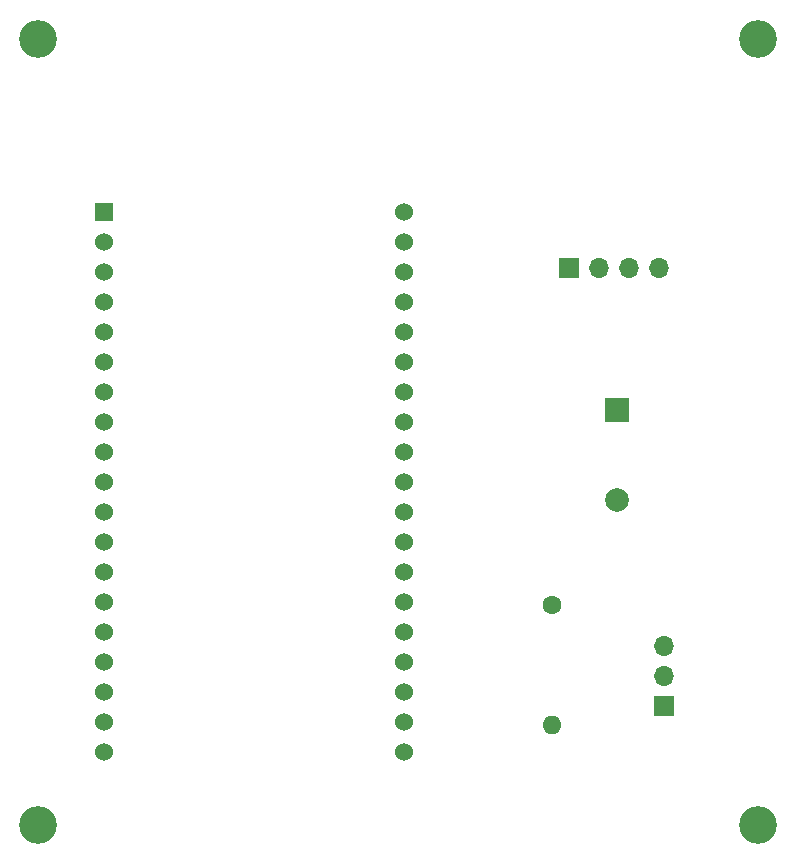
<source format=gbr>
%TF.GenerationSoftware,KiCad,Pcbnew,9.0.0*%
%TF.CreationDate,2025-03-04T12:47:50-05:00*%
%TF.ProjectId,TermoINteligente,5465726d-6f49-44e7-9465-6c6967656e74,rev?*%
%TF.SameCoordinates,Original*%
%TF.FileFunction,Soldermask,Bot*%
%TF.FilePolarity,Negative*%
%FSLAX46Y46*%
G04 Gerber Fmt 4.6, Leading zero omitted, Abs format (unit mm)*
G04 Created by KiCad (PCBNEW 9.0.0) date 2025-03-04 12:47:50*
%MOMM*%
%LPD*%
G01*
G04 APERTURE LIST*
%ADD10R,1.530000X1.530000*%
%ADD11C,1.530000*%
%ADD12R,1.700000X1.700000*%
%ADD13O,1.700000X1.700000*%
%ADD14C,3.200000*%
%ADD15C,1.600000*%
%ADD16O,1.600000X1.600000*%
%ADD17R,2.000000X2.000000*%
%ADD18C,2.000000*%
G04 APERTURE END LIST*
D10*
%TO.C,U1*%
X130100000Y-81180000D03*
D11*
X130100000Y-83720000D03*
X130100000Y-86260000D03*
X130100000Y-88800000D03*
X130100000Y-91340000D03*
X130100000Y-93880000D03*
X130100000Y-96420000D03*
X130100000Y-98960000D03*
X130100000Y-101500000D03*
X130100000Y-104040000D03*
X130100000Y-106580000D03*
X130100000Y-109120000D03*
X130100000Y-111660000D03*
X130100000Y-114200000D03*
X130100000Y-116740000D03*
X130100000Y-119280000D03*
X130100000Y-121820000D03*
X130100000Y-124360000D03*
X130100000Y-126900000D03*
X155500000Y-126900000D03*
X155500000Y-124360000D03*
X155500000Y-121820000D03*
X155500000Y-119280000D03*
X155500000Y-116740000D03*
X155500000Y-114200000D03*
X155500000Y-111660000D03*
X155500000Y-109120000D03*
X155500000Y-106580000D03*
X155500000Y-104040000D03*
X155500000Y-101500000D03*
X155500000Y-98960000D03*
X155500000Y-96420000D03*
X155500000Y-93880000D03*
X155500000Y-91340000D03*
X155500000Y-88800000D03*
X155500000Y-86260000D03*
X155500000Y-83720000D03*
X155500000Y-81180000D03*
%TD*%
D12*
%TO.C,J2*%
X177500000Y-122940000D03*
D13*
X177500000Y-120400000D03*
X177500000Y-117860000D03*
%TD*%
D12*
%TO.C,J1*%
X169500000Y-85900000D03*
D13*
X172040000Y-85900000D03*
X174580000Y-85900000D03*
X177120000Y-85900000D03*
%TD*%
D14*
%TO.C,REF\u002A\u002A*%
X185500000Y-66500000D03*
%TD*%
%TO.C,REF\u002A\u002A*%
X124500000Y-133000000D03*
%TD*%
%TO.C,REF\u002A\u002A*%
X185500000Y-133000000D03*
%TD*%
D15*
%TO.C,R1*%
X168000000Y-114400000D03*
D16*
X168000000Y-124560000D03*
%TD*%
D17*
%TO.C,BZ1*%
X173500000Y-97900000D03*
D18*
X173500000Y-105500000D03*
%TD*%
D14*
%TO.C,REF\u002A\u002A*%
X124500000Y-66500000D03*
%TD*%
M02*

</source>
